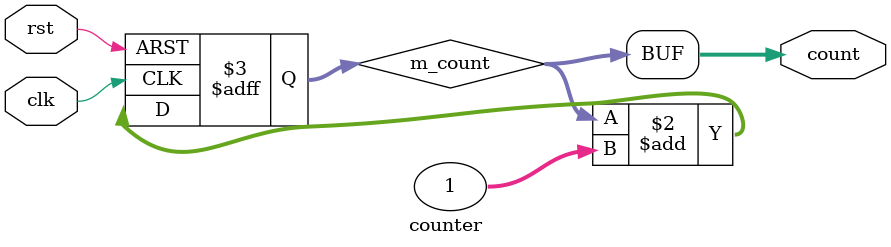
<source format=v>

module counter #(
    parameter WIDTH = 32
) (
      input  wire             clk
    , input  wire             rst
    , output wire [WIDTH-1:0] count
);

reg [WIDTH-1:0] m_count;

assign count = m_count;

always @(posedge clk, posedge rst) begin : p_count
    if (rst) begin
        m_count <= {WIDTH{1'b0}};
    end else begin
        m_count <= (m_count + { {(WIDTH-1){1'b0}}, 1'b1 });
    end
end

endmodule
</source>
